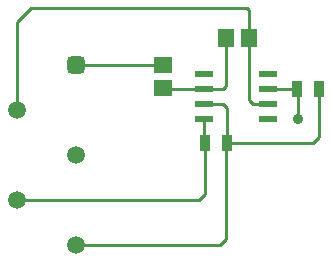
<source format=gtl>
G04*
G04 #@! TF.GenerationSoftware,Altium Limited,Altium Designer,24.9.1 (31)*
G04*
G04 Layer_Physical_Order=1*
G04 Layer_Color=255*
%FSLAX44Y44*%
%MOMM*%
G71*
G04*
G04 #@! TF.SameCoordinates,469D3FAF-4634-46EC-B0C0-F224D0B9B898*
G04*
G04*
G04 #@! TF.FilePolarity,Positive*
G04*
G01*
G75*
%ADD10C,0.2540*%
%ADD13R,1.5500X0.6000*%
%ADD14R,0.9500X1.4000*%
%ADD15R,1.3549X1.5562*%
%ADD16R,1.5562X1.3549*%
%ADD21C,1.5000*%
G04:AMPARAMS|DCode=22|XSize=1.5mm|YSize=1.5mm|CornerRadius=0.375mm|HoleSize=0mm|Usage=FLASHONLY|Rotation=90.000|XOffset=0mm|YOffset=0mm|HoleType=Round|Shape=RoundedRectangle|*
%AMROUNDEDRECTD22*
21,1,1.5000,0.7500,0,0,90.0*
21,1,0.7500,1.5000,0,0,90.0*
1,1,0.7500,0.3750,0.3750*
1,1,0.7500,0.3750,-0.3750*
1,1,0.7500,-0.3750,-0.3750*
1,1,0.7500,-0.3750,0.3750*
%
%ADD22ROUNDEDRECTD22*%
%ADD23C,0.8890*%
D10*
X213360Y50800D02*
Y131360D01*
X214080Y132080D01*
X208280Y45720D02*
X213360Y50800D01*
X86360Y45720D02*
X208280D01*
X195580Y88900D02*
Y132080D01*
X190500Y83820D02*
X195580Y88900D01*
X36360Y83820D02*
X190500D01*
X194920Y132740D02*
Y152400D01*
Y132740D02*
X195580Y132080D01*
X274320Y152400D02*
Y177080D01*
X273600Y177800D02*
X274320Y177080D01*
X214080Y132080D02*
X287020D01*
X292100Y137160D01*
Y177800D01*
X214080Y132080D02*
Y161840D01*
X210820Y165100D02*
X214080Y161840D01*
X194920Y165100D02*
X210820D01*
X48260Y246380D02*
X231140D01*
X36360Y234480D02*
X48260Y246380D01*
X36360Y160020D02*
Y234480D01*
X232873Y220980D02*
Y244647D01*
X231140Y246380D02*
X232873Y244647D01*
X248920Y177800D02*
X273600D01*
X236220Y165100D02*
X248920D01*
X232873Y168447D02*
X236220Y165100D01*
X232873Y168447D02*
Y220980D01*
X213360Y180340D02*
Y220980D01*
X210820Y177800D02*
X213360Y180340D01*
X194920Y177800D02*
X210820D01*
X160424D02*
X194920D01*
X160020Y178204D02*
X160424Y177800D01*
X159616Y198120D02*
X160020Y197717D01*
X86360Y198120D02*
X159616D01*
D13*
X248920Y152400D02*
D03*
Y165100D02*
D03*
Y177800D02*
D03*
Y190500D02*
D03*
X194920Y152400D02*
D03*
Y165100D02*
D03*
Y177800D02*
D03*
Y190500D02*
D03*
D14*
X214080Y132080D02*
D03*
X195580D02*
D03*
X292100Y177800D02*
D03*
X273600D02*
D03*
D15*
X232873Y220980D02*
D03*
X213360D02*
D03*
D16*
X160020Y178204D02*
D03*
Y197717D02*
D03*
D21*
X86360Y45720D02*
D03*
X36360Y160020D02*
D03*
X86360Y121920D02*
D03*
X36360Y83820D02*
D03*
D22*
X86360Y198120D02*
D03*
D23*
X274320Y152400D02*
D03*
M02*

</source>
